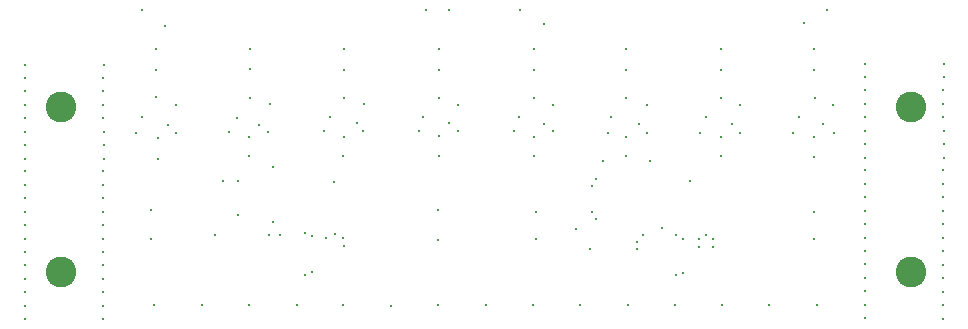
<source format=gbr>
G04 Generated by Ultiboard *
%FSLAX25Y25*%
%MOMM*%

%ADD10C,0.30000*%
%ADD11C,2.60000*%


%LNDrill-Copper Top-Copper Bottom*%
%LPD*%
%FSLAX25Y25*%
%MOMM*%
G54D10*
X6400000Y220000D03*
X3200300Y209100D03*
X1600100Y221800D03*
X99700Y1572200D03*
X763200Y1571700D03*
X1220000Y1630000D03*
X763200Y1457400D03*
X759700Y669500D03*
X761300Y212300D03*
X761300Y98000D03*
X759700Y555200D03*
X759700Y440900D03*
X761300Y326600D03*
X760000Y1123000D03*
X761600Y1008700D03*
X761600Y894400D03*
X761600Y780100D03*
X760000Y1351600D03*
X760000Y1237300D03*
X98100Y780600D03*
X96200Y441400D03*
X97800Y212800D03*
X97800Y98500D03*
X97800Y327100D03*
X96200Y670000D03*
X96200Y555700D03*
X96500Y1237800D03*
X96500Y1123500D03*
X98100Y1009200D03*
X98100Y894900D03*
X99700Y1457900D03*
X96500Y1352100D03*
X1168300Y780600D03*
X1193700Y221800D03*
X1168300Y1021900D03*
X1220000Y1460000D03*
X763500Y2253800D03*
X761600Y1914600D03*
X761600Y1800300D03*
X763200Y1686000D03*
X761600Y2028900D03*
X760000Y2140000D03*
X98100Y2029400D03*
X98100Y1915100D03*
X98100Y1800800D03*
X99700Y1686500D03*
X100000Y2254300D03*
X100000Y2140000D03*
X1210000Y2390000D03*
X1210000Y2210000D03*
X1210000Y1980000D03*
X1090000Y1810000D03*
X1040000Y1680000D03*
X1308000Y1745800D03*
X1380000Y1680000D03*
X1380000Y1910000D03*
X1090000Y2720000D03*
X1282600Y2584000D03*
X1990000Y1640000D03*
X2800000Y1640000D03*
X2400200Y221800D03*
X1710000Y810000D03*
X2260000Y810000D03*
X2160000Y810000D03*
X1993800Y221800D03*
X1990000Y1480000D03*
X1900000Y980000D03*
X1770000Y1270000D03*
X1900000Y1270000D03*
X2200000Y920000D03*
X2200000Y1390000D03*
X2470000Y830000D03*
X2720000Y820000D03*
X2650000Y790000D03*
X2530000Y800000D03*
X2790000Y790000D03*
X2793900Y221800D03*
X2800000Y720000D03*
X2470000Y470000D03*
X2530000Y500000D03*
X2793900Y1479100D03*
X2710000Y1260000D03*
X2000000Y2390000D03*
X2000000Y2220000D03*
X2000000Y1970000D03*
X1828700Y1682300D03*
X1890000Y1800000D03*
X2158900Y1682300D03*
X2082700Y1745800D03*
X2170000Y1920000D03*
X2800000Y2390000D03*
X2800000Y2210000D03*
X2800000Y1970000D03*
X2679600Y1809300D03*
X2630000Y1690000D03*
X2908200Y1758500D03*
X2970000Y1920000D03*
X2960000Y1690000D03*
X4800000Y220000D03*
X4760000Y860000D03*
X4410000Y1640000D03*
X4000000Y220000D03*
X3594000Y767900D03*
X3594000Y221800D03*
X3599300Y1479100D03*
X3594000Y1021900D03*
X4420000Y780000D03*
X4400000Y220000D03*
X4410000Y1480000D03*
X4420000Y1010000D03*
X3600000Y2390000D03*
X3600000Y2210000D03*
X3600000Y1970000D03*
X3600000Y1650000D03*
X3430000Y1690000D03*
X3470000Y1810000D03*
X3690000Y1760000D03*
X3760000Y1690000D03*
X3760000Y1910000D03*
X3490000Y2720000D03*
X3690000Y2720000D03*
X4410000Y2390000D03*
X4410000Y1970000D03*
X4410000Y2210000D03*
X4240000Y1690000D03*
X4280000Y1810000D03*
X4490000Y1750000D03*
X4570000Y1910000D03*
X4570000Y1690000D03*
X4290000Y2720000D03*
X4490000Y2600000D03*
X5190000Y1640000D03*
X5990000Y1640000D03*
X5600000Y220000D03*
X5610000Y810000D03*
X5610000Y470000D03*
X5330000Y810000D03*
X5200000Y220000D03*
X4880000Y690000D03*
X5280000Y750000D03*
X5280000Y690000D03*
X5190000Y1480000D03*
X4900000Y1230000D03*
X4930000Y950000D03*
X4900000Y1010000D03*
X4990000Y1437600D03*
X4930000Y1290000D03*
X5490000Y870000D03*
X5390000Y1437600D03*
X5670000Y780000D03*
X5860000Y810000D03*
X5800000Y780000D03*
X5920000Y780000D03*
X6000000Y220000D03*
X5670000Y490000D03*
X5800000Y710000D03*
X5920000Y710000D03*
X5990000Y1480000D03*
X5730000Y1270000D03*
X5190000Y2390000D03*
X5190000Y2210000D03*
X5190000Y1970000D03*
X5060000Y1810000D03*
X5030000Y1680000D03*
X5360000Y1680000D03*
X5300000Y1750000D03*
X5360000Y1910000D03*
X5990000Y2390000D03*
X5990000Y1970000D03*
X5990000Y2210000D03*
X5860000Y1810000D03*
X5810000Y1680000D03*
X6080000Y1750000D03*
X6150000Y1680000D03*
X6150000Y1910000D03*
X7875400Y1578900D03*
X7211900Y1579400D03*
X6780000Y1640000D03*
X7211900Y1465100D03*
X7208400Y677200D03*
X7210000Y220000D03*
X7210000Y105700D03*
X7208400Y448600D03*
X7208400Y562900D03*
X7210000Y334300D03*
X7210300Y787800D03*
X7210300Y1016400D03*
X7210300Y902100D03*
X7208700Y1245000D03*
X7208700Y1359300D03*
X7208700Y1130700D03*
X6780000Y780000D03*
X6800000Y220000D03*
X6780000Y1470000D03*
X6780000Y1010000D03*
X7873800Y787300D03*
X7873500Y219500D03*
X7873500Y105200D03*
X7873500Y333800D03*
X7871900Y562400D03*
X7871900Y448100D03*
X7871900Y676700D03*
X7872200Y1244500D03*
X7873800Y1015900D03*
X7873800Y901600D03*
X7872200Y1130200D03*
X7872200Y1358800D03*
X7875400Y1464600D03*
X7212200Y2261500D03*
X7210300Y1922300D03*
X7210300Y1808000D03*
X7211900Y1693700D03*
X7210300Y2036600D03*
X7212200Y2147200D03*
X6780000Y2390000D03*
X6790000Y1970000D03*
X6780000Y2210000D03*
X6650000Y1810000D03*
X6600000Y1680000D03*
X6850000Y1750000D03*
X6950000Y1680000D03*
X6940000Y1910000D03*
X6690000Y2610000D03*
X6890000Y2720000D03*
X7873800Y2036100D03*
X7873800Y1807500D03*
X7875400Y1693200D03*
X7873800Y1921800D03*
X7875700Y2146700D03*
X7875700Y2261000D03*
G54D11*
X400000Y500000D03*
X400000Y1900000D03*
X7600000Y500000D03*
X7600000Y1900000D03*

M00*

</source>
